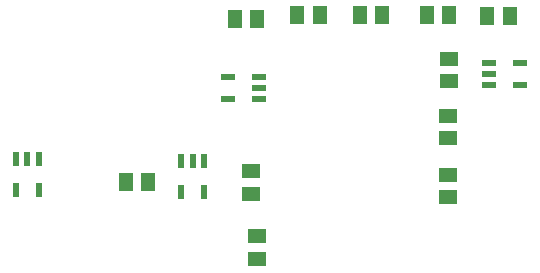
<source format=gbr>
G04 EAGLE Gerber RS-274X export*
G75*
%MOMM*%
%FSLAX34Y34*%
%LPD*%
%INSolderpaste Bottom*%
%IPPOS*%
%AMOC8*
5,1,8,0,0,1.08239X$1,22.5*%
G01*
%ADD10R,1.500000X1.300000*%
%ADD11R,1.300000X1.500000*%
%ADD12R,1.200000X0.550000*%
%ADD13R,0.550000X1.200000*%


D10*
X1103200Y178950D03*
X1103200Y159950D03*
X1103200Y229100D03*
X1103200Y210100D03*
D11*
X1136900Y313200D03*
X1155900Y313200D03*
D12*
X1138390Y254940D03*
X1138390Y264440D03*
X1138390Y273940D03*
X1164390Y273940D03*
X1164390Y254940D03*
D11*
X1085600Y314300D03*
X1104600Y314300D03*
X1029100Y314300D03*
X1048100Y314300D03*
D10*
X1104300Y277400D03*
X1104300Y258400D03*
D11*
X976100Y314300D03*
X995100Y314300D03*
D13*
X877900Y190400D03*
X887400Y190400D03*
X896900Y190400D03*
X896900Y164400D03*
X877900Y164400D03*
X737900Y192000D03*
X747400Y192000D03*
X756900Y192000D03*
X756900Y166000D03*
X737900Y166000D03*
D12*
X943600Y262100D03*
X943600Y252600D03*
X943600Y243100D03*
X917600Y243100D03*
X917600Y262100D03*
D10*
X936800Y182100D03*
X936800Y163100D03*
D11*
X849670Y172860D03*
X830670Y172860D03*
D10*
X941600Y107900D03*
X941600Y126900D03*
D11*
X942100Y310800D03*
X923100Y310800D03*
M02*

</source>
